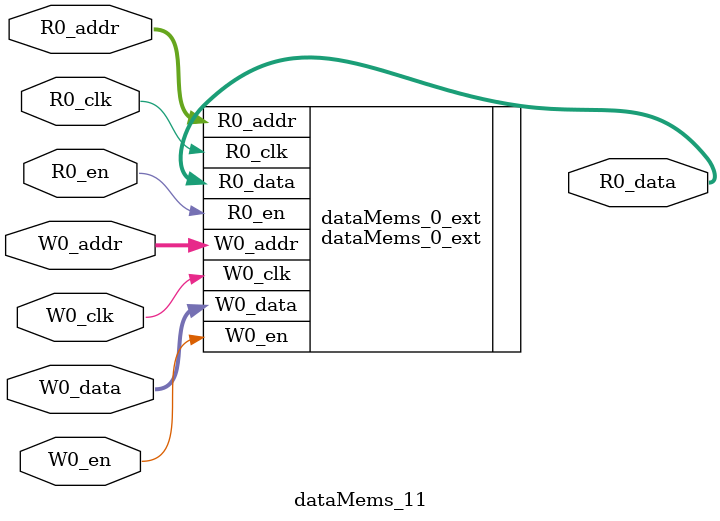
<source format=sv>
`ifndef RANDOMIZE
  `ifdef RANDOMIZE_REG_INIT
    `define RANDOMIZE
  `endif // RANDOMIZE_REG_INIT
`endif // not def RANDOMIZE
`ifndef RANDOMIZE
  `ifdef RANDOMIZE_MEM_INIT
    `define RANDOMIZE
  `endif // RANDOMIZE_MEM_INIT
`endif // not def RANDOMIZE

`ifndef RANDOM
  `define RANDOM $random
`endif // not def RANDOM

// Users can define 'PRINTF_COND' to add an extra gate to prints.
`ifndef PRINTF_COND_
  `ifdef PRINTF_COND
    `define PRINTF_COND_ (`PRINTF_COND)
  `else  // PRINTF_COND
    `define PRINTF_COND_ 1
  `endif // PRINTF_COND
`endif // not def PRINTF_COND_

// Users can define 'ASSERT_VERBOSE_COND' to add an extra gate to assert error printing.
`ifndef ASSERT_VERBOSE_COND_
  `ifdef ASSERT_VERBOSE_COND
    `define ASSERT_VERBOSE_COND_ (`ASSERT_VERBOSE_COND)
  `else  // ASSERT_VERBOSE_COND
    `define ASSERT_VERBOSE_COND_ 1
  `endif // ASSERT_VERBOSE_COND
`endif // not def ASSERT_VERBOSE_COND_

// Users can define 'STOP_COND' to add an extra gate to stop conditions.
`ifndef STOP_COND_
  `ifdef STOP_COND
    `define STOP_COND_ (`STOP_COND)
  `else  // STOP_COND
    `define STOP_COND_ 1
  `endif // STOP_COND
`endif // not def STOP_COND_

// Users can define INIT_RANDOM as general code that gets injected into the
// initializer block for modules with registers.
`ifndef INIT_RANDOM
  `define INIT_RANDOM
`endif // not def INIT_RANDOM

// If using random initialization, you can also define RANDOMIZE_DELAY to
// customize the delay used, otherwise 0.002 is used.
`ifndef RANDOMIZE_DELAY
  `define RANDOMIZE_DELAY 0.002
`endif // not def RANDOMIZE_DELAY

// Define INIT_RANDOM_PROLOG_ for use in our modules below.
`ifndef INIT_RANDOM_PROLOG_
  `ifdef RANDOMIZE
    `ifdef VERILATOR
      `define INIT_RANDOM_PROLOG_ `INIT_RANDOM
    `else  // VERILATOR
      `define INIT_RANDOM_PROLOG_ `INIT_RANDOM #`RANDOMIZE_DELAY begin end
    `endif // VERILATOR
  `else  // RANDOMIZE
    `define INIT_RANDOM_PROLOG_
  `endif // RANDOMIZE
`endif // not def INIT_RANDOM_PROLOG_

// Include register initializers in init blocks unless synthesis is set
`ifndef SYNTHESIS
  `ifndef ENABLE_INITIAL_REG_
    `define ENABLE_INITIAL_REG_
  `endif // not def ENABLE_INITIAL_REG_
`endif // not def SYNTHESIS

// Include rmemory initializers in init blocks unless synthesis is set
`ifndef SYNTHESIS
  `ifndef ENABLE_INITIAL_MEM_
    `define ENABLE_INITIAL_MEM_
  `endif // not def ENABLE_INITIAL_MEM_
`endif // not def SYNTHESIS

module dataMems_11(	// @[generators/ara/src/main/scala/UnsafeAXI4ToTL.scala:365:62]
  input  [4:0]  R0_addr,
  input         R0_en,
  input         R0_clk,
  output [66:0] R0_data,
  input  [4:0]  W0_addr,
  input         W0_en,
  input         W0_clk,
  input  [66:0] W0_data
);

  dataMems_0_ext dataMems_0_ext (	// @[generators/ara/src/main/scala/UnsafeAXI4ToTL.scala:365:62]
    .R0_addr (R0_addr),
    .R0_en   (R0_en),
    .R0_clk  (R0_clk),
    .R0_data (R0_data),
    .W0_addr (W0_addr),
    .W0_en   (W0_en),
    .W0_clk  (W0_clk),
    .W0_data (W0_data)
  );
endmodule


</source>
